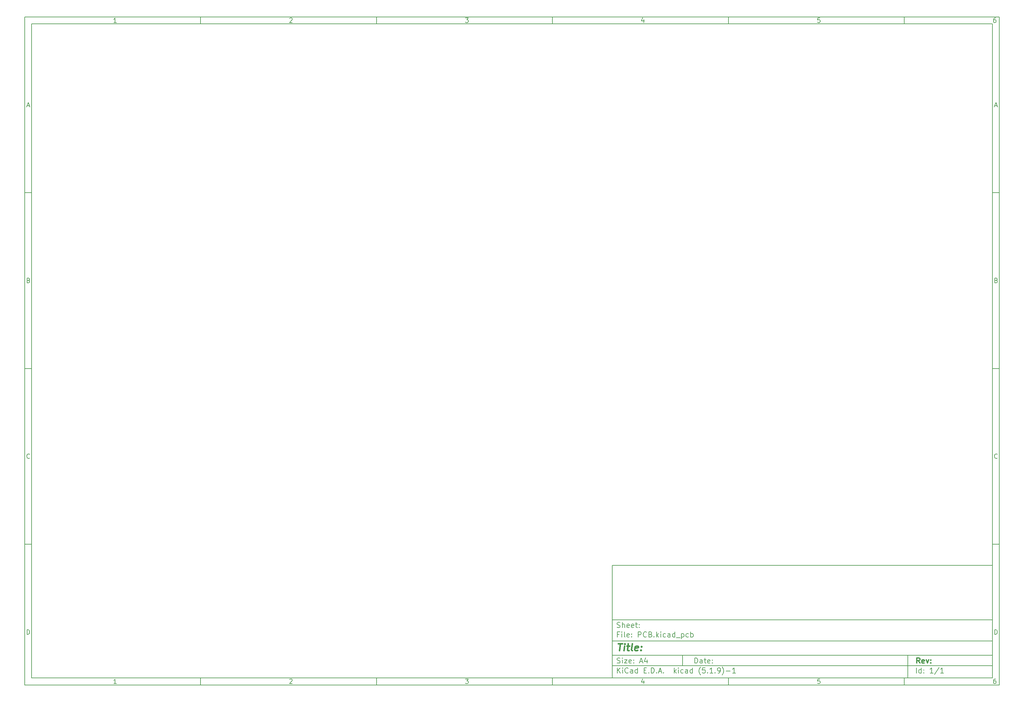
<source format=gbr>
%TF.GenerationSoftware,KiCad,Pcbnew,(5.1.9)-1*%
%TF.CreationDate,2023-11-25T15:35:42-05:00*%
%TF.ProjectId,PCB,5043422e-6b69-4636-9164-5f7063625858,rev?*%
%TF.SameCoordinates,Original*%
%TF.FileFunction,Profile,NP*%
%FSLAX46Y46*%
G04 Gerber Fmt 4.6, Leading zero omitted, Abs format (unit mm)*
G04 Created by KiCad (PCBNEW (5.1.9)-1) date 2023-11-25 15:35:42*
%MOMM*%
%LPD*%
G01*
G04 APERTURE LIST*
%ADD10C,0.100000*%
%ADD11C,0.150000*%
%ADD12C,0.300000*%
%ADD13C,0.400000*%
G04 APERTURE END LIST*
D10*
D11*
X177002200Y-166007200D02*
X177002200Y-198007200D01*
X285002200Y-198007200D01*
X285002200Y-166007200D01*
X177002200Y-166007200D01*
D10*
D11*
X10000000Y-10000000D02*
X10000000Y-200007200D01*
X287002200Y-200007200D01*
X287002200Y-10000000D01*
X10000000Y-10000000D01*
D10*
D11*
X12000000Y-12000000D02*
X12000000Y-198007200D01*
X285002200Y-198007200D01*
X285002200Y-12000000D01*
X12000000Y-12000000D01*
D10*
D11*
X60000000Y-12000000D02*
X60000000Y-10000000D01*
D10*
D11*
X110000000Y-12000000D02*
X110000000Y-10000000D01*
D10*
D11*
X160000000Y-12000000D02*
X160000000Y-10000000D01*
D10*
D11*
X210000000Y-12000000D02*
X210000000Y-10000000D01*
D10*
D11*
X260000000Y-12000000D02*
X260000000Y-10000000D01*
D10*
D11*
X36065476Y-11588095D02*
X35322619Y-11588095D01*
X35694047Y-11588095D02*
X35694047Y-10288095D01*
X35570238Y-10473809D01*
X35446428Y-10597619D01*
X35322619Y-10659523D01*
D10*
D11*
X85322619Y-10411904D02*
X85384523Y-10350000D01*
X85508333Y-10288095D01*
X85817857Y-10288095D01*
X85941666Y-10350000D01*
X86003571Y-10411904D01*
X86065476Y-10535714D01*
X86065476Y-10659523D01*
X86003571Y-10845238D01*
X85260714Y-11588095D01*
X86065476Y-11588095D01*
D10*
D11*
X135260714Y-10288095D02*
X136065476Y-10288095D01*
X135632142Y-10783333D01*
X135817857Y-10783333D01*
X135941666Y-10845238D01*
X136003571Y-10907142D01*
X136065476Y-11030952D01*
X136065476Y-11340476D01*
X136003571Y-11464285D01*
X135941666Y-11526190D01*
X135817857Y-11588095D01*
X135446428Y-11588095D01*
X135322619Y-11526190D01*
X135260714Y-11464285D01*
D10*
D11*
X185941666Y-10721428D02*
X185941666Y-11588095D01*
X185632142Y-10226190D02*
X185322619Y-11154761D01*
X186127380Y-11154761D01*
D10*
D11*
X236003571Y-10288095D02*
X235384523Y-10288095D01*
X235322619Y-10907142D01*
X235384523Y-10845238D01*
X235508333Y-10783333D01*
X235817857Y-10783333D01*
X235941666Y-10845238D01*
X236003571Y-10907142D01*
X236065476Y-11030952D01*
X236065476Y-11340476D01*
X236003571Y-11464285D01*
X235941666Y-11526190D01*
X235817857Y-11588095D01*
X235508333Y-11588095D01*
X235384523Y-11526190D01*
X235322619Y-11464285D01*
D10*
D11*
X285941666Y-10288095D02*
X285694047Y-10288095D01*
X285570238Y-10350000D01*
X285508333Y-10411904D01*
X285384523Y-10597619D01*
X285322619Y-10845238D01*
X285322619Y-11340476D01*
X285384523Y-11464285D01*
X285446428Y-11526190D01*
X285570238Y-11588095D01*
X285817857Y-11588095D01*
X285941666Y-11526190D01*
X286003571Y-11464285D01*
X286065476Y-11340476D01*
X286065476Y-11030952D01*
X286003571Y-10907142D01*
X285941666Y-10845238D01*
X285817857Y-10783333D01*
X285570238Y-10783333D01*
X285446428Y-10845238D01*
X285384523Y-10907142D01*
X285322619Y-11030952D01*
D10*
D11*
X60000000Y-198007200D02*
X60000000Y-200007200D01*
D10*
D11*
X110000000Y-198007200D02*
X110000000Y-200007200D01*
D10*
D11*
X160000000Y-198007200D02*
X160000000Y-200007200D01*
D10*
D11*
X210000000Y-198007200D02*
X210000000Y-200007200D01*
D10*
D11*
X260000000Y-198007200D02*
X260000000Y-200007200D01*
D10*
D11*
X36065476Y-199595295D02*
X35322619Y-199595295D01*
X35694047Y-199595295D02*
X35694047Y-198295295D01*
X35570238Y-198481009D01*
X35446428Y-198604819D01*
X35322619Y-198666723D01*
D10*
D11*
X85322619Y-198419104D02*
X85384523Y-198357200D01*
X85508333Y-198295295D01*
X85817857Y-198295295D01*
X85941666Y-198357200D01*
X86003571Y-198419104D01*
X86065476Y-198542914D01*
X86065476Y-198666723D01*
X86003571Y-198852438D01*
X85260714Y-199595295D01*
X86065476Y-199595295D01*
D10*
D11*
X135260714Y-198295295D02*
X136065476Y-198295295D01*
X135632142Y-198790533D01*
X135817857Y-198790533D01*
X135941666Y-198852438D01*
X136003571Y-198914342D01*
X136065476Y-199038152D01*
X136065476Y-199347676D01*
X136003571Y-199471485D01*
X135941666Y-199533390D01*
X135817857Y-199595295D01*
X135446428Y-199595295D01*
X135322619Y-199533390D01*
X135260714Y-199471485D01*
D10*
D11*
X185941666Y-198728628D02*
X185941666Y-199595295D01*
X185632142Y-198233390D02*
X185322619Y-199161961D01*
X186127380Y-199161961D01*
D10*
D11*
X236003571Y-198295295D02*
X235384523Y-198295295D01*
X235322619Y-198914342D01*
X235384523Y-198852438D01*
X235508333Y-198790533D01*
X235817857Y-198790533D01*
X235941666Y-198852438D01*
X236003571Y-198914342D01*
X236065476Y-199038152D01*
X236065476Y-199347676D01*
X236003571Y-199471485D01*
X235941666Y-199533390D01*
X235817857Y-199595295D01*
X235508333Y-199595295D01*
X235384523Y-199533390D01*
X235322619Y-199471485D01*
D10*
D11*
X285941666Y-198295295D02*
X285694047Y-198295295D01*
X285570238Y-198357200D01*
X285508333Y-198419104D01*
X285384523Y-198604819D01*
X285322619Y-198852438D01*
X285322619Y-199347676D01*
X285384523Y-199471485D01*
X285446428Y-199533390D01*
X285570238Y-199595295D01*
X285817857Y-199595295D01*
X285941666Y-199533390D01*
X286003571Y-199471485D01*
X286065476Y-199347676D01*
X286065476Y-199038152D01*
X286003571Y-198914342D01*
X285941666Y-198852438D01*
X285817857Y-198790533D01*
X285570238Y-198790533D01*
X285446428Y-198852438D01*
X285384523Y-198914342D01*
X285322619Y-199038152D01*
D10*
D11*
X10000000Y-60000000D02*
X12000000Y-60000000D01*
D10*
D11*
X10000000Y-110000000D02*
X12000000Y-110000000D01*
D10*
D11*
X10000000Y-160000000D02*
X12000000Y-160000000D01*
D10*
D11*
X10690476Y-35216666D02*
X11309523Y-35216666D01*
X10566666Y-35588095D02*
X11000000Y-34288095D01*
X11433333Y-35588095D01*
D10*
D11*
X11092857Y-84907142D02*
X11278571Y-84969047D01*
X11340476Y-85030952D01*
X11402380Y-85154761D01*
X11402380Y-85340476D01*
X11340476Y-85464285D01*
X11278571Y-85526190D01*
X11154761Y-85588095D01*
X10659523Y-85588095D01*
X10659523Y-84288095D01*
X11092857Y-84288095D01*
X11216666Y-84350000D01*
X11278571Y-84411904D01*
X11340476Y-84535714D01*
X11340476Y-84659523D01*
X11278571Y-84783333D01*
X11216666Y-84845238D01*
X11092857Y-84907142D01*
X10659523Y-84907142D01*
D10*
D11*
X11402380Y-135464285D02*
X11340476Y-135526190D01*
X11154761Y-135588095D01*
X11030952Y-135588095D01*
X10845238Y-135526190D01*
X10721428Y-135402380D01*
X10659523Y-135278571D01*
X10597619Y-135030952D01*
X10597619Y-134845238D01*
X10659523Y-134597619D01*
X10721428Y-134473809D01*
X10845238Y-134350000D01*
X11030952Y-134288095D01*
X11154761Y-134288095D01*
X11340476Y-134350000D01*
X11402380Y-134411904D01*
D10*
D11*
X10659523Y-185588095D02*
X10659523Y-184288095D01*
X10969047Y-184288095D01*
X11154761Y-184350000D01*
X11278571Y-184473809D01*
X11340476Y-184597619D01*
X11402380Y-184845238D01*
X11402380Y-185030952D01*
X11340476Y-185278571D01*
X11278571Y-185402380D01*
X11154761Y-185526190D01*
X10969047Y-185588095D01*
X10659523Y-185588095D01*
D10*
D11*
X287002200Y-60000000D02*
X285002200Y-60000000D01*
D10*
D11*
X287002200Y-110000000D02*
X285002200Y-110000000D01*
D10*
D11*
X287002200Y-160000000D02*
X285002200Y-160000000D01*
D10*
D11*
X285692676Y-35216666D02*
X286311723Y-35216666D01*
X285568866Y-35588095D02*
X286002200Y-34288095D01*
X286435533Y-35588095D01*
D10*
D11*
X286095057Y-84907142D02*
X286280771Y-84969047D01*
X286342676Y-85030952D01*
X286404580Y-85154761D01*
X286404580Y-85340476D01*
X286342676Y-85464285D01*
X286280771Y-85526190D01*
X286156961Y-85588095D01*
X285661723Y-85588095D01*
X285661723Y-84288095D01*
X286095057Y-84288095D01*
X286218866Y-84350000D01*
X286280771Y-84411904D01*
X286342676Y-84535714D01*
X286342676Y-84659523D01*
X286280771Y-84783333D01*
X286218866Y-84845238D01*
X286095057Y-84907142D01*
X285661723Y-84907142D01*
D10*
D11*
X286404580Y-135464285D02*
X286342676Y-135526190D01*
X286156961Y-135588095D01*
X286033152Y-135588095D01*
X285847438Y-135526190D01*
X285723628Y-135402380D01*
X285661723Y-135278571D01*
X285599819Y-135030952D01*
X285599819Y-134845238D01*
X285661723Y-134597619D01*
X285723628Y-134473809D01*
X285847438Y-134350000D01*
X286033152Y-134288095D01*
X286156961Y-134288095D01*
X286342676Y-134350000D01*
X286404580Y-134411904D01*
D10*
D11*
X285661723Y-185588095D02*
X285661723Y-184288095D01*
X285971247Y-184288095D01*
X286156961Y-184350000D01*
X286280771Y-184473809D01*
X286342676Y-184597619D01*
X286404580Y-184845238D01*
X286404580Y-185030952D01*
X286342676Y-185278571D01*
X286280771Y-185402380D01*
X286156961Y-185526190D01*
X285971247Y-185588095D01*
X285661723Y-185588095D01*
D10*
D11*
X200434342Y-193785771D02*
X200434342Y-192285771D01*
X200791485Y-192285771D01*
X201005771Y-192357200D01*
X201148628Y-192500057D01*
X201220057Y-192642914D01*
X201291485Y-192928628D01*
X201291485Y-193142914D01*
X201220057Y-193428628D01*
X201148628Y-193571485D01*
X201005771Y-193714342D01*
X200791485Y-193785771D01*
X200434342Y-193785771D01*
X202577200Y-193785771D02*
X202577200Y-193000057D01*
X202505771Y-192857200D01*
X202362914Y-192785771D01*
X202077200Y-192785771D01*
X201934342Y-192857200D01*
X202577200Y-193714342D02*
X202434342Y-193785771D01*
X202077200Y-193785771D01*
X201934342Y-193714342D01*
X201862914Y-193571485D01*
X201862914Y-193428628D01*
X201934342Y-193285771D01*
X202077200Y-193214342D01*
X202434342Y-193214342D01*
X202577200Y-193142914D01*
X203077200Y-192785771D02*
X203648628Y-192785771D01*
X203291485Y-192285771D02*
X203291485Y-193571485D01*
X203362914Y-193714342D01*
X203505771Y-193785771D01*
X203648628Y-193785771D01*
X204720057Y-193714342D02*
X204577200Y-193785771D01*
X204291485Y-193785771D01*
X204148628Y-193714342D01*
X204077200Y-193571485D01*
X204077200Y-193000057D01*
X204148628Y-192857200D01*
X204291485Y-192785771D01*
X204577200Y-192785771D01*
X204720057Y-192857200D01*
X204791485Y-193000057D01*
X204791485Y-193142914D01*
X204077200Y-193285771D01*
X205434342Y-193642914D02*
X205505771Y-193714342D01*
X205434342Y-193785771D01*
X205362914Y-193714342D01*
X205434342Y-193642914D01*
X205434342Y-193785771D01*
X205434342Y-192857200D02*
X205505771Y-192928628D01*
X205434342Y-193000057D01*
X205362914Y-192928628D01*
X205434342Y-192857200D01*
X205434342Y-193000057D01*
D10*
D11*
X177002200Y-194507200D02*
X285002200Y-194507200D01*
D10*
D11*
X178434342Y-196585771D02*
X178434342Y-195085771D01*
X179291485Y-196585771D02*
X178648628Y-195728628D01*
X179291485Y-195085771D02*
X178434342Y-195942914D01*
X179934342Y-196585771D02*
X179934342Y-195585771D01*
X179934342Y-195085771D02*
X179862914Y-195157200D01*
X179934342Y-195228628D01*
X180005771Y-195157200D01*
X179934342Y-195085771D01*
X179934342Y-195228628D01*
X181505771Y-196442914D02*
X181434342Y-196514342D01*
X181220057Y-196585771D01*
X181077200Y-196585771D01*
X180862914Y-196514342D01*
X180720057Y-196371485D01*
X180648628Y-196228628D01*
X180577200Y-195942914D01*
X180577200Y-195728628D01*
X180648628Y-195442914D01*
X180720057Y-195300057D01*
X180862914Y-195157200D01*
X181077200Y-195085771D01*
X181220057Y-195085771D01*
X181434342Y-195157200D01*
X181505771Y-195228628D01*
X182791485Y-196585771D02*
X182791485Y-195800057D01*
X182720057Y-195657200D01*
X182577200Y-195585771D01*
X182291485Y-195585771D01*
X182148628Y-195657200D01*
X182791485Y-196514342D02*
X182648628Y-196585771D01*
X182291485Y-196585771D01*
X182148628Y-196514342D01*
X182077200Y-196371485D01*
X182077200Y-196228628D01*
X182148628Y-196085771D01*
X182291485Y-196014342D01*
X182648628Y-196014342D01*
X182791485Y-195942914D01*
X184148628Y-196585771D02*
X184148628Y-195085771D01*
X184148628Y-196514342D02*
X184005771Y-196585771D01*
X183720057Y-196585771D01*
X183577200Y-196514342D01*
X183505771Y-196442914D01*
X183434342Y-196300057D01*
X183434342Y-195871485D01*
X183505771Y-195728628D01*
X183577200Y-195657200D01*
X183720057Y-195585771D01*
X184005771Y-195585771D01*
X184148628Y-195657200D01*
X186005771Y-195800057D02*
X186505771Y-195800057D01*
X186720057Y-196585771D02*
X186005771Y-196585771D01*
X186005771Y-195085771D01*
X186720057Y-195085771D01*
X187362914Y-196442914D02*
X187434342Y-196514342D01*
X187362914Y-196585771D01*
X187291485Y-196514342D01*
X187362914Y-196442914D01*
X187362914Y-196585771D01*
X188077200Y-196585771D02*
X188077200Y-195085771D01*
X188434342Y-195085771D01*
X188648628Y-195157200D01*
X188791485Y-195300057D01*
X188862914Y-195442914D01*
X188934342Y-195728628D01*
X188934342Y-195942914D01*
X188862914Y-196228628D01*
X188791485Y-196371485D01*
X188648628Y-196514342D01*
X188434342Y-196585771D01*
X188077200Y-196585771D01*
X189577200Y-196442914D02*
X189648628Y-196514342D01*
X189577200Y-196585771D01*
X189505771Y-196514342D01*
X189577200Y-196442914D01*
X189577200Y-196585771D01*
X190220057Y-196157200D02*
X190934342Y-196157200D01*
X190077200Y-196585771D02*
X190577200Y-195085771D01*
X191077200Y-196585771D01*
X191577200Y-196442914D02*
X191648628Y-196514342D01*
X191577200Y-196585771D01*
X191505771Y-196514342D01*
X191577200Y-196442914D01*
X191577200Y-196585771D01*
X194577200Y-196585771D02*
X194577200Y-195085771D01*
X194720057Y-196014342D02*
X195148628Y-196585771D01*
X195148628Y-195585771D02*
X194577200Y-196157200D01*
X195791485Y-196585771D02*
X195791485Y-195585771D01*
X195791485Y-195085771D02*
X195720057Y-195157200D01*
X195791485Y-195228628D01*
X195862914Y-195157200D01*
X195791485Y-195085771D01*
X195791485Y-195228628D01*
X197148628Y-196514342D02*
X197005771Y-196585771D01*
X196720057Y-196585771D01*
X196577200Y-196514342D01*
X196505771Y-196442914D01*
X196434342Y-196300057D01*
X196434342Y-195871485D01*
X196505771Y-195728628D01*
X196577200Y-195657200D01*
X196720057Y-195585771D01*
X197005771Y-195585771D01*
X197148628Y-195657200D01*
X198434342Y-196585771D02*
X198434342Y-195800057D01*
X198362914Y-195657200D01*
X198220057Y-195585771D01*
X197934342Y-195585771D01*
X197791485Y-195657200D01*
X198434342Y-196514342D02*
X198291485Y-196585771D01*
X197934342Y-196585771D01*
X197791485Y-196514342D01*
X197720057Y-196371485D01*
X197720057Y-196228628D01*
X197791485Y-196085771D01*
X197934342Y-196014342D01*
X198291485Y-196014342D01*
X198434342Y-195942914D01*
X199791485Y-196585771D02*
X199791485Y-195085771D01*
X199791485Y-196514342D02*
X199648628Y-196585771D01*
X199362914Y-196585771D01*
X199220057Y-196514342D01*
X199148628Y-196442914D01*
X199077200Y-196300057D01*
X199077200Y-195871485D01*
X199148628Y-195728628D01*
X199220057Y-195657200D01*
X199362914Y-195585771D01*
X199648628Y-195585771D01*
X199791485Y-195657200D01*
X202077200Y-197157200D02*
X202005771Y-197085771D01*
X201862914Y-196871485D01*
X201791485Y-196728628D01*
X201720057Y-196514342D01*
X201648628Y-196157200D01*
X201648628Y-195871485D01*
X201720057Y-195514342D01*
X201791485Y-195300057D01*
X201862914Y-195157200D01*
X202005771Y-194942914D01*
X202077200Y-194871485D01*
X203362914Y-195085771D02*
X202648628Y-195085771D01*
X202577200Y-195800057D01*
X202648628Y-195728628D01*
X202791485Y-195657200D01*
X203148628Y-195657200D01*
X203291485Y-195728628D01*
X203362914Y-195800057D01*
X203434342Y-195942914D01*
X203434342Y-196300057D01*
X203362914Y-196442914D01*
X203291485Y-196514342D01*
X203148628Y-196585771D01*
X202791485Y-196585771D01*
X202648628Y-196514342D01*
X202577200Y-196442914D01*
X204077200Y-196442914D02*
X204148628Y-196514342D01*
X204077200Y-196585771D01*
X204005771Y-196514342D01*
X204077200Y-196442914D01*
X204077200Y-196585771D01*
X205577200Y-196585771D02*
X204720057Y-196585771D01*
X205148628Y-196585771D02*
X205148628Y-195085771D01*
X205005771Y-195300057D01*
X204862914Y-195442914D01*
X204720057Y-195514342D01*
X206220057Y-196442914D02*
X206291485Y-196514342D01*
X206220057Y-196585771D01*
X206148628Y-196514342D01*
X206220057Y-196442914D01*
X206220057Y-196585771D01*
X207005771Y-196585771D02*
X207291485Y-196585771D01*
X207434342Y-196514342D01*
X207505771Y-196442914D01*
X207648628Y-196228628D01*
X207720057Y-195942914D01*
X207720057Y-195371485D01*
X207648628Y-195228628D01*
X207577200Y-195157200D01*
X207434342Y-195085771D01*
X207148628Y-195085771D01*
X207005771Y-195157200D01*
X206934342Y-195228628D01*
X206862914Y-195371485D01*
X206862914Y-195728628D01*
X206934342Y-195871485D01*
X207005771Y-195942914D01*
X207148628Y-196014342D01*
X207434342Y-196014342D01*
X207577200Y-195942914D01*
X207648628Y-195871485D01*
X207720057Y-195728628D01*
X208220057Y-197157200D02*
X208291485Y-197085771D01*
X208434342Y-196871485D01*
X208505771Y-196728628D01*
X208577200Y-196514342D01*
X208648628Y-196157200D01*
X208648628Y-195871485D01*
X208577200Y-195514342D01*
X208505771Y-195300057D01*
X208434342Y-195157200D01*
X208291485Y-194942914D01*
X208220057Y-194871485D01*
X209362914Y-196014342D02*
X210505771Y-196014342D01*
X212005771Y-196585771D02*
X211148628Y-196585771D01*
X211577200Y-196585771D02*
X211577200Y-195085771D01*
X211434342Y-195300057D01*
X211291485Y-195442914D01*
X211148628Y-195514342D01*
D10*
D11*
X177002200Y-191507200D02*
X285002200Y-191507200D01*
D10*
D12*
X264411485Y-193785771D02*
X263911485Y-193071485D01*
X263554342Y-193785771D02*
X263554342Y-192285771D01*
X264125771Y-192285771D01*
X264268628Y-192357200D01*
X264340057Y-192428628D01*
X264411485Y-192571485D01*
X264411485Y-192785771D01*
X264340057Y-192928628D01*
X264268628Y-193000057D01*
X264125771Y-193071485D01*
X263554342Y-193071485D01*
X265625771Y-193714342D02*
X265482914Y-193785771D01*
X265197200Y-193785771D01*
X265054342Y-193714342D01*
X264982914Y-193571485D01*
X264982914Y-193000057D01*
X265054342Y-192857200D01*
X265197200Y-192785771D01*
X265482914Y-192785771D01*
X265625771Y-192857200D01*
X265697200Y-193000057D01*
X265697200Y-193142914D01*
X264982914Y-193285771D01*
X266197200Y-192785771D02*
X266554342Y-193785771D01*
X266911485Y-192785771D01*
X267482914Y-193642914D02*
X267554342Y-193714342D01*
X267482914Y-193785771D01*
X267411485Y-193714342D01*
X267482914Y-193642914D01*
X267482914Y-193785771D01*
X267482914Y-192857200D02*
X267554342Y-192928628D01*
X267482914Y-193000057D01*
X267411485Y-192928628D01*
X267482914Y-192857200D01*
X267482914Y-193000057D01*
D10*
D11*
X178362914Y-193714342D02*
X178577200Y-193785771D01*
X178934342Y-193785771D01*
X179077200Y-193714342D01*
X179148628Y-193642914D01*
X179220057Y-193500057D01*
X179220057Y-193357200D01*
X179148628Y-193214342D01*
X179077200Y-193142914D01*
X178934342Y-193071485D01*
X178648628Y-193000057D01*
X178505771Y-192928628D01*
X178434342Y-192857200D01*
X178362914Y-192714342D01*
X178362914Y-192571485D01*
X178434342Y-192428628D01*
X178505771Y-192357200D01*
X178648628Y-192285771D01*
X179005771Y-192285771D01*
X179220057Y-192357200D01*
X179862914Y-193785771D02*
X179862914Y-192785771D01*
X179862914Y-192285771D02*
X179791485Y-192357200D01*
X179862914Y-192428628D01*
X179934342Y-192357200D01*
X179862914Y-192285771D01*
X179862914Y-192428628D01*
X180434342Y-192785771D02*
X181220057Y-192785771D01*
X180434342Y-193785771D01*
X181220057Y-193785771D01*
X182362914Y-193714342D02*
X182220057Y-193785771D01*
X181934342Y-193785771D01*
X181791485Y-193714342D01*
X181720057Y-193571485D01*
X181720057Y-193000057D01*
X181791485Y-192857200D01*
X181934342Y-192785771D01*
X182220057Y-192785771D01*
X182362914Y-192857200D01*
X182434342Y-193000057D01*
X182434342Y-193142914D01*
X181720057Y-193285771D01*
X183077200Y-193642914D02*
X183148628Y-193714342D01*
X183077200Y-193785771D01*
X183005771Y-193714342D01*
X183077200Y-193642914D01*
X183077200Y-193785771D01*
X183077200Y-192857200D02*
X183148628Y-192928628D01*
X183077200Y-193000057D01*
X183005771Y-192928628D01*
X183077200Y-192857200D01*
X183077200Y-193000057D01*
X184862914Y-193357200D02*
X185577200Y-193357200D01*
X184720057Y-193785771D02*
X185220057Y-192285771D01*
X185720057Y-193785771D01*
X186862914Y-192785771D02*
X186862914Y-193785771D01*
X186505771Y-192214342D02*
X186148628Y-193285771D01*
X187077200Y-193285771D01*
D10*
D11*
X263434342Y-196585771D02*
X263434342Y-195085771D01*
X264791485Y-196585771D02*
X264791485Y-195085771D01*
X264791485Y-196514342D02*
X264648628Y-196585771D01*
X264362914Y-196585771D01*
X264220057Y-196514342D01*
X264148628Y-196442914D01*
X264077200Y-196300057D01*
X264077200Y-195871485D01*
X264148628Y-195728628D01*
X264220057Y-195657200D01*
X264362914Y-195585771D01*
X264648628Y-195585771D01*
X264791485Y-195657200D01*
X265505771Y-196442914D02*
X265577200Y-196514342D01*
X265505771Y-196585771D01*
X265434342Y-196514342D01*
X265505771Y-196442914D01*
X265505771Y-196585771D01*
X265505771Y-195657200D02*
X265577200Y-195728628D01*
X265505771Y-195800057D01*
X265434342Y-195728628D01*
X265505771Y-195657200D01*
X265505771Y-195800057D01*
X268148628Y-196585771D02*
X267291485Y-196585771D01*
X267720057Y-196585771D02*
X267720057Y-195085771D01*
X267577200Y-195300057D01*
X267434342Y-195442914D01*
X267291485Y-195514342D01*
X269862914Y-195014342D02*
X268577200Y-196942914D01*
X271148628Y-196585771D02*
X270291485Y-196585771D01*
X270720057Y-196585771D02*
X270720057Y-195085771D01*
X270577200Y-195300057D01*
X270434342Y-195442914D01*
X270291485Y-195514342D01*
D10*
D11*
X177002200Y-187507200D02*
X285002200Y-187507200D01*
D10*
D13*
X178714580Y-188211961D02*
X179857438Y-188211961D01*
X179036009Y-190211961D02*
X179286009Y-188211961D01*
X180274104Y-190211961D02*
X180440771Y-188878628D01*
X180524104Y-188211961D02*
X180416961Y-188307200D01*
X180500295Y-188402438D01*
X180607438Y-188307200D01*
X180524104Y-188211961D01*
X180500295Y-188402438D01*
X181107438Y-188878628D02*
X181869342Y-188878628D01*
X181476485Y-188211961D02*
X181262200Y-189926247D01*
X181333628Y-190116723D01*
X181512200Y-190211961D01*
X181702676Y-190211961D01*
X182655057Y-190211961D02*
X182476485Y-190116723D01*
X182405057Y-189926247D01*
X182619342Y-188211961D01*
X184190771Y-190116723D02*
X183988390Y-190211961D01*
X183607438Y-190211961D01*
X183428866Y-190116723D01*
X183357438Y-189926247D01*
X183452676Y-189164342D01*
X183571723Y-188973866D01*
X183774104Y-188878628D01*
X184155057Y-188878628D01*
X184333628Y-188973866D01*
X184405057Y-189164342D01*
X184381247Y-189354819D01*
X183405057Y-189545295D01*
X185155057Y-190021485D02*
X185238390Y-190116723D01*
X185131247Y-190211961D01*
X185047914Y-190116723D01*
X185155057Y-190021485D01*
X185131247Y-190211961D01*
X185286009Y-188973866D02*
X185369342Y-189069104D01*
X185262200Y-189164342D01*
X185178866Y-189069104D01*
X185286009Y-188973866D01*
X185262200Y-189164342D01*
D10*
D11*
X178934342Y-185600057D02*
X178434342Y-185600057D01*
X178434342Y-186385771D02*
X178434342Y-184885771D01*
X179148628Y-184885771D01*
X179720057Y-186385771D02*
X179720057Y-185385771D01*
X179720057Y-184885771D02*
X179648628Y-184957200D01*
X179720057Y-185028628D01*
X179791485Y-184957200D01*
X179720057Y-184885771D01*
X179720057Y-185028628D01*
X180648628Y-186385771D02*
X180505771Y-186314342D01*
X180434342Y-186171485D01*
X180434342Y-184885771D01*
X181791485Y-186314342D02*
X181648628Y-186385771D01*
X181362914Y-186385771D01*
X181220057Y-186314342D01*
X181148628Y-186171485D01*
X181148628Y-185600057D01*
X181220057Y-185457200D01*
X181362914Y-185385771D01*
X181648628Y-185385771D01*
X181791485Y-185457200D01*
X181862914Y-185600057D01*
X181862914Y-185742914D01*
X181148628Y-185885771D01*
X182505771Y-186242914D02*
X182577200Y-186314342D01*
X182505771Y-186385771D01*
X182434342Y-186314342D01*
X182505771Y-186242914D01*
X182505771Y-186385771D01*
X182505771Y-185457200D02*
X182577200Y-185528628D01*
X182505771Y-185600057D01*
X182434342Y-185528628D01*
X182505771Y-185457200D01*
X182505771Y-185600057D01*
X184362914Y-186385771D02*
X184362914Y-184885771D01*
X184934342Y-184885771D01*
X185077200Y-184957200D01*
X185148628Y-185028628D01*
X185220057Y-185171485D01*
X185220057Y-185385771D01*
X185148628Y-185528628D01*
X185077200Y-185600057D01*
X184934342Y-185671485D01*
X184362914Y-185671485D01*
X186720057Y-186242914D02*
X186648628Y-186314342D01*
X186434342Y-186385771D01*
X186291485Y-186385771D01*
X186077200Y-186314342D01*
X185934342Y-186171485D01*
X185862914Y-186028628D01*
X185791485Y-185742914D01*
X185791485Y-185528628D01*
X185862914Y-185242914D01*
X185934342Y-185100057D01*
X186077200Y-184957200D01*
X186291485Y-184885771D01*
X186434342Y-184885771D01*
X186648628Y-184957200D01*
X186720057Y-185028628D01*
X187862914Y-185600057D02*
X188077200Y-185671485D01*
X188148628Y-185742914D01*
X188220057Y-185885771D01*
X188220057Y-186100057D01*
X188148628Y-186242914D01*
X188077200Y-186314342D01*
X187934342Y-186385771D01*
X187362914Y-186385771D01*
X187362914Y-184885771D01*
X187862914Y-184885771D01*
X188005771Y-184957200D01*
X188077200Y-185028628D01*
X188148628Y-185171485D01*
X188148628Y-185314342D01*
X188077200Y-185457200D01*
X188005771Y-185528628D01*
X187862914Y-185600057D01*
X187362914Y-185600057D01*
X188862914Y-186242914D02*
X188934342Y-186314342D01*
X188862914Y-186385771D01*
X188791485Y-186314342D01*
X188862914Y-186242914D01*
X188862914Y-186385771D01*
X189577200Y-186385771D02*
X189577200Y-184885771D01*
X189720057Y-185814342D02*
X190148628Y-186385771D01*
X190148628Y-185385771D02*
X189577200Y-185957200D01*
X190791485Y-186385771D02*
X190791485Y-185385771D01*
X190791485Y-184885771D02*
X190720057Y-184957200D01*
X190791485Y-185028628D01*
X190862914Y-184957200D01*
X190791485Y-184885771D01*
X190791485Y-185028628D01*
X192148628Y-186314342D02*
X192005771Y-186385771D01*
X191720057Y-186385771D01*
X191577200Y-186314342D01*
X191505771Y-186242914D01*
X191434342Y-186100057D01*
X191434342Y-185671485D01*
X191505771Y-185528628D01*
X191577200Y-185457200D01*
X191720057Y-185385771D01*
X192005771Y-185385771D01*
X192148628Y-185457200D01*
X193434342Y-186385771D02*
X193434342Y-185600057D01*
X193362914Y-185457200D01*
X193220057Y-185385771D01*
X192934342Y-185385771D01*
X192791485Y-185457200D01*
X193434342Y-186314342D02*
X193291485Y-186385771D01*
X192934342Y-186385771D01*
X192791485Y-186314342D01*
X192720057Y-186171485D01*
X192720057Y-186028628D01*
X192791485Y-185885771D01*
X192934342Y-185814342D01*
X193291485Y-185814342D01*
X193434342Y-185742914D01*
X194791485Y-186385771D02*
X194791485Y-184885771D01*
X194791485Y-186314342D02*
X194648628Y-186385771D01*
X194362914Y-186385771D01*
X194220057Y-186314342D01*
X194148628Y-186242914D01*
X194077200Y-186100057D01*
X194077200Y-185671485D01*
X194148628Y-185528628D01*
X194220057Y-185457200D01*
X194362914Y-185385771D01*
X194648628Y-185385771D01*
X194791485Y-185457200D01*
X195148628Y-186528628D02*
X196291485Y-186528628D01*
X196648628Y-185385771D02*
X196648628Y-186885771D01*
X196648628Y-185457200D02*
X196791485Y-185385771D01*
X197077200Y-185385771D01*
X197220057Y-185457200D01*
X197291485Y-185528628D01*
X197362914Y-185671485D01*
X197362914Y-186100057D01*
X197291485Y-186242914D01*
X197220057Y-186314342D01*
X197077200Y-186385771D01*
X196791485Y-186385771D01*
X196648628Y-186314342D01*
X198648628Y-186314342D02*
X198505771Y-186385771D01*
X198220057Y-186385771D01*
X198077200Y-186314342D01*
X198005771Y-186242914D01*
X197934342Y-186100057D01*
X197934342Y-185671485D01*
X198005771Y-185528628D01*
X198077200Y-185457200D01*
X198220057Y-185385771D01*
X198505771Y-185385771D01*
X198648628Y-185457200D01*
X199291485Y-186385771D02*
X199291485Y-184885771D01*
X199291485Y-185457200D02*
X199434342Y-185385771D01*
X199720057Y-185385771D01*
X199862914Y-185457200D01*
X199934342Y-185528628D01*
X200005771Y-185671485D01*
X200005771Y-186100057D01*
X199934342Y-186242914D01*
X199862914Y-186314342D01*
X199720057Y-186385771D01*
X199434342Y-186385771D01*
X199291485Y-186314342D01*
D10*
D11*
X177002200Y-181507200D02*
X285002200Y-181507200D01*
D10*
D11*
X178362914Y-183614342D02*
X178577200Y-183685771D01*
X178934342Y-183685771D01*
X179077200Y-183614342D01*
X179148628Y-183542914D01*
X179220057Y-183400057D01*
X179220057Y-183257200D01*
X179148628Y-183114342D01*
X179077200Y-183042914D01*
X178934342Y-182971485D01*
X178648628Y-182900057D01*
X178505771Y-182828628D01*
X178434342Y-182757200D01*
X178362914Y-182614342D01*
X178362914Y-182471485D01*
X178434342Y-182328628D01*
X178505771Y-182257200D01*
X178648628Y-182185771D01*
X179005771Y-182185771D01*
X179220057Y-182257200D01*
X179862914Y-183685771D02*
X179862914Y-182185771D01*
X180505771Y-183685771D02*
X180505771Y-182900057D01*
X180434342Y-182757200D01*
X180291485Y-182685771D01*
X180077200Y-182685771D01*
X179934342Y-182757200D01*
X179862914Y-182828628D01*
X181791485Y-183614342D02*
X181648628Y-183685771D01*
X181362914Y-183685771D01*
X181220057Y-183614342D01*
X181148628Y-183471485D01*
X181148628Y-182900057D01*
X181220057Y-182757200D01*
X181362914Y-182685771D01*
X181648628Y-182685771D01*
X181791485Y-182757200D01*
X181862914Y-182900057D01*
X181862914Y-183042914D01*
X181148628Y-183185771D01*
X183077200Y-183614342D02*
X182934342Y-183685771D01*
X182648628Y-183685771D01*
X182505771Y-183614342D01*
X182434342Y-183471485D01*
X182434342Y-182900057D01*
X182505771Y-182757200D01*
X182648628Y-182685771D01*
X182934342Y-182685771D01*
X183077200Y-182757200D01*
X183148628Y-182900057D01*
X183148628Y-183042914D01*
X182434342Y-183185771D01*
X183577200Y-182685771D02*
X184148628Y-182685771D01*
X183791485Y-182185771D02*
X183791485Y-183471485D01*
X183862914Y-183614342D01*
X184005771Y-183685771D01*
X184148628Y-183685771D01*
X184648628Y-183542914D02*
X184720057Y-183614342D01*
X184648628Y-183685771D01*
X184577200Y-183614342D01*
X184648628Y-183542914D01*
X184648628Y-183685771D01*
X184648628Y-182757200D02*
X184720057Y-182828628D01*
X184648628Y-182900057D01*
X184577200Y-182828628D01*
X184648628Y-182757200D01*
X184648628Y-182900057D01*
D10*
D11*
X197002200Y-191507200D02*
X197002200Y-194507200D01*
D10*
D11*
X261002200Y-191507200D02*
X261002200Y-198007200D01*
M02*

</source>
